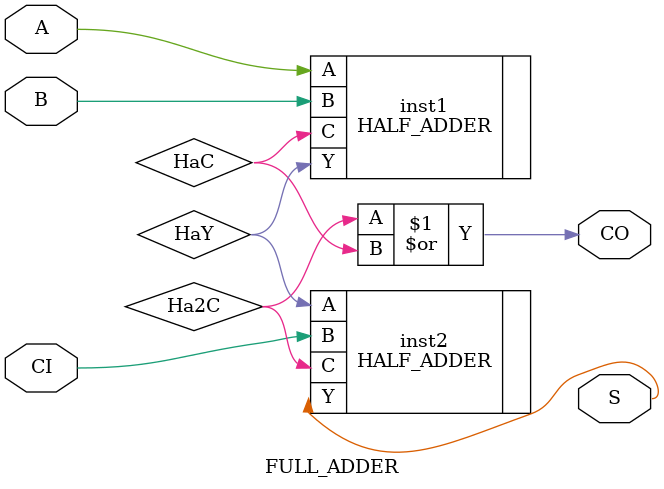
<source format=v>
`include "prj_definition.v"

module FULL_ADDER(S,CO,A,B, CI);
output S,CO;
input A,B, CI;

wire HaY, HaC, Ha2C;

//TBD
HALF_ADDER inst1(.Y(HaY), .C(HaC), .A(A), .B(B));
HALF_ADDER inst2(.Y(S), .C(Ha2C), .A(HaY), .B(CI));
or inst3(CO, Ha2C, HaC);

endmodule

</source>
